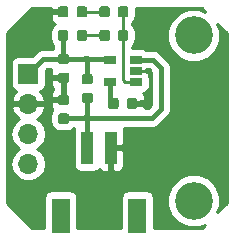
<source format=gbr>
G04 #@! TF.GenerationSoftware,KiCad,Pcbnew,(5.0.0-3-g5ebb6b6)*
G04 #@! TF.CreationDate,2020-02-18T17:20:26-05:00*
G04 #@! TF.ProjectId,Project,50726F6A6563742E6B696361645F7063,rev?*
G04 #@! TF.SameCoordinates,Original*
G04 #@! TF.FileFunction,Copper,L1,Top,Signal*
G04 #@! TF.FilePolarity,Positive*
%FSLAX46Y46*%
G04 Gerber Fmt 4.6, Leading zero omitted, Abs format (unit mm)*
G04 Created by KiCad (PCBNEW (5.0.0-3-g5ebb6b6)) date Tuesday, February 18, 2020 at 05:20:26 PM*
%MOMM*%
%LPD*%
G01*
G04 APERTURE LIST*
G04 #@! TA.AperFunction,ConnectorPad*
%ADD10R,1.500000X3.000000*%
G04 #@! TD*
G04 #@! TA.AperFunction,SMDPad,CuDef*
%ADD11R,1.000000X2.800000*%
G04 #@! TD*
G04 #@! TA.AperFunction,Conductor*
%ADD12C,0.100000*%
G04 #@! TD*
G04 #@! TA.AperFunction,SMDPad,CuDef*
%ADD13C,0.875000*%
G04 #@! TD*
G04 #@! TA.AperFunction,SMDPad,CuDef*
%ADD14R,1.060000X0.650000*%
G04 #@! TD*
G04 #@! TA.AperFunction,ComponentPad*
%ADD15R,1.700000X1.700000*%
G04 #@! TD*
G04 #@! TA.AperFunction,ComponentPad*
%ADD16O,1.700000X1.700000*%
G04 #@! TD*
G04 #@! TA.AperFunction,ComponentPad*
%ADD17C,3.200000*%
G04 #@! TD*
G04 #@! TA.AperFunction,ViaPad*
%ADD18C,0.600000*%
G04 #@! TD*
G04 #@! TA.AperFunction,Conductor*
%ADD19C,0.400000*%
G04 #@! TD*
G04 #@! TA.AperFunction,Conductor*
%ADD20C,0.254000*%
G04 #@! TD*
G04 APERTURE END LIST*
D10*
G04 #@! TO.P,JSTPH1,*
G04 #@! TO.N,*
X109250000Y-113250000D03*
X102750000Y-113250000D03*
D11*
G04 #@! TO.P,JSTPH1,2*
G04 #@! TO.N,GND*
X107000000Y-107500000D03*
G04 #@! TO.P,JSTPH1,1*
G04 #@! TO.N,VBAT*
X105000000Y-107500000D03*
G04 #@! TD*
D12*
G04 #@! TO.N,GND*
G04 #@! TO.C,C1*
G36*
X103277691Y-101138553D02*
X103298926Y-101141703D01*
X103319750Y-101146919D01*
X103339962Y-101154151D01*
X103359368Y-101163330D01*
X103377781Y-101174366D01*
X103395024Y-101187154D01*
X103410930Y-101201570D01*
X103425346Y-101217476D01*
X103438134Y-101234719D01*
X103449170Y-101253132D01*
X103458349Y-101272538D01*
X103465581Y-101292750D01*
X103470797Y-101313574D01*
X103473947Y-101334809D01*
X103475000Y-101356250D01*
X103475000Y-101793750D01*
X103473947Y-101815191D01*
X103470797Y-101836426D01*
X103465581Y-101857250D01*
X103458349Y-101877462D01*
X103449170Y-101896868D01*
X103438134Y-101915281D01*
X103425346Y-101932524D01*
X103410930Y-101948430D01*
X103395024Y-101962846D01*
X103377781Y-101975634D01*
X103359368Y-101986670D01*
X103339962Y-101995849D01*
X103319750Y-102003081D01*
X103298926Y-102008297D01*
X103277691Y-102011447D01*
X103256250Y-102012500D01*
X102743750Y-102012500D01*
X102722309Y-102011447D01*
X102701074Y-102008297D01*
X102680250Y-102003081D01*
X102660038Y-101995849D01*
X102640632Y-101986670D01*
X102622219Y-101975634D01*
X102604976Y-101962846D01*
X102589070Y-101948430D01*
X102574654Y-101932524D01*
X102561866Y-101915281D01*
X102550830Y-101896868D01*
X102541651Y-101877462D01*
X102534419Y-101857250D01*
X102529203Y-101836426D01*
X102526053Y-101815191D01*
X102525000Y-101793750D01*
X102525000Y-101356250D01*
X102526053Y-101334809D01*
X102529203Y-101313574D01*
X102534419Y-101292750D01*
X102541651Y-101272538D01*
X102550830Y-101253132D01*
X102561866Y-101234719D01*
X102574654Y-101217476D01*
X102589070Y-101201570D01*
X102604976Y-101187154D01*
X102622219Y-101174366D01*
X102640632Y-101163330D01*
X102660038Y-101154151D01*
X102680250Y-101146919D01*
X102701074Y-101141703D01*
X102722309Y-101138553D01*
X102743750Y-101137500D01*
X103256250Y-101137500D01*
X103277691Y-101138553D01*
X103277691Y-101138553D01*
G37*
D13*
G04 #@! TD*
G04 #@! TO.P,C1,1*
G04 #@! TO.N,GND*
X103000000Y-101575000D03*
D12*
G04 #@! TO.N,VDD*
G04 #@! TO.C,C1*
G36*
X103277691Y-99563553D02*
X103298926Y-99566703D01*
X103319750Y-99571919D01*
X103339962Y-99579151D01*
X103359368Y-99588330D01*
X103377781Y-99599366D01*
X103395024Y-99612154D01*
X103410930Y-99626570D01*
X103425346Y-99642476D01*
X103438134Y-99659719D01*
X103449170Y-99678132D01*
X103458349Y-99697538D01*
X103465581Y-99717750D01*
X103470797Y-99738574D01*
X103473947Y-99759809D01*
X103475000Y-99781250D01*
X103475000Y-100218750D01*
X103473947Y-100240191D01*
X103470797Y-100261426D01*
X103465581Y-100282250D01*
X103458349Y-100302462D01*
X103449170Y-100321868D01*
X103438134Y-100340281D01*
X103425346Y-100357524D01*
X103410930Y-100373430D01*
X103395024Y-100387846D01*
X103377781Y-100400634D01*
X103359368Y-100411670D01*
X103339962Y-100420849D01*
X103319750Y-100428081D01*
X103298926Y-100433297D01*
X103277691Y-100436447D01*
X103256250Y-100437500D01*
X102743750Y-100437500D01*
X102722309Y-100436447D01*
X102701074Y-100433297D01*
X102680250Y-100428081D01*
X102660038Y-100420849D01*
X102640632Y-100411670D01*
X102622219Y-100400634D01*
X102604976Y-100387846D01*
X102589070Y-100373430D01*
X102574654Y-100357524D01*
X102561866Y-100340281D01*
X102550830Y-100321868D01*
X102541651Y-100302462D01*
X102534419Y-100282250D01*
X102529203Y-100261426D01*
X102526053Y-100240191D01*
X102525000Y-100218750D01*
X102525000Y-99781250D01*
X102526053Y-99759809D01*
X102529203Y-99738574D01*
X102534419Y-99717750D01*
X102541651Y-99697538D01*
X102550830Y-99678132D01*
X102561866Y-99659719D01*
X102574654Y-99642476D01*
X102589070Y-99626570D01*
X102604976Y-99612154D01*
X102622219Y-99599366D01*
X102640632Y-99588330D01*
X102660038Y-99579151D01*
X102680250Y-99571919D01*
X102701074Y-99566703D01*
X102722309Y-99563553D01*
X102743750Y-99562500D01*
X103256250Y-99562500D01*
X103277691Y-99563553D01*
X103277691Y-99563553D01*
G37*
D13*
G04 #@! TD*
G04 #@! TO.P,C1,2*
G04 #@! TO.N,VDD*
X103000000Y-100000000D03*
D12*
G04 #@! TO.N,GND*
G04 #@! TO.C,C2*
G36*
X103277691Y-103026053D02*
X103298926Y-103029203D01*
X103319750Y-103034419D01*
X103339962Y-103041651D01*
X103359368Y-103050830D01*
X103377781Y-103061866D01*
X103395024Y-103074654D01*
X103410930Y-103089070D01*
X103425346Y-103104976D01*
X103438134Y-103122219D01*
X103449170Y-103140632D01*
X103458349Y-103160038D01*
X103465581Y-103180250D01*
X103470797Y-103201074D01*
X103473947Y-103222309D01*
X103475000Y-103243750D01*
X103475000Y-103681250D01*
X103473947Y-103702691D01*
X103470797Y-103723926D01*
X103465581Y-103744750D01*
X103458349Y-103764962D01*
X103449170Y-103784368D01*
X103438134Y-103802781D01*
X103425346Y-103820024D01*
X103410930Y-103835930D01*
X103395024Y-103850346D01*
X103377781Y-103863134D01*
X103359368Y-103874170D01*
X103339962Y-103883349D01*
X103319750Y-103890581D01*
X103298926Y-103895797D01*
X103277691Y-103898947D01*
X103256250Y-103900000D01*
X102743750Y-103900000D01*
X102722309Y-103898947D01*
X102701074Y-103895797D01*
X102680250Y-103890581D01*
X102660038Y-103883349D01*
X102640632Y-103874170D01*
X102622219Y-103863134D01*
X102604976Y-103850346D01*
X102589070Y-103835930D01*
X102574654Y-103820024D01*
X102561866Y-103802781D01*
X102550830Y-103784368D01*
X102541651Y-103764962D01*
X102534419Y-103744750D01*
X102529203Y-103723926D01*
X102526053Y-103702691D01*
X102525000Y-103681250D01*
X102525000Y-103243750D01*
X102526053Y-103222309D01*
X102529203Y-103201074D01*
X102534419Y-103180250D01*
X102541651Y-103160038D01*
X102550830Y-103140632D01*
X102561866Y-103122219D01*
X102574654Y-103104976D01*
X102589070Y-103089070D01*
X102604976Y-103074654D01*
X102622219Y-103061866D01*
X102640632Y-103050830D01*
X102660038Y-103041651D01*
X102680250Y-103034419D01*
X102701074Y-103029203D01*
X102722309Y-103026053D01*
X102743750Y-103025000D01*
X103256250Y-103025000D01*
X103277691Y-103026053D01*
X103277691Y-103026053D01*
G37*
D13*
G04 #@! TD*
G04 #@! TO.P,C2,2*
G04 #@! TO.N,GND*
X103000000Y-103462500D03*
D12*
G04 #@! TO.N,VBAT*
G04 #@! TO.C,C2*
G36*
X103277691Y-104601053D02*
X103298926Y-104604203D01*
X103319750Y-104609419D01*
X103339962Y-104616651D01*
X103359368Y-104625830D01*
X103377781Y-104636866D01*
X103395024Y-104649654D01*
X103410930Y-104664070D01*
X103425346Y-104679976D01*
X103438134Y-104697219D01*
X103449170Y-104715632D01*
X103458349Y-104735038D01*
X103465581Y-104755250D01*
X103470797Y-104776074D01*
X103473947Y-104797309D01*
X103475000Y-104818750D01*
X103475000Y-105256250D01*
X103473947Y-105277691D01*
X103470797Y-105298926D01*
X103465581Y-105319750D01*
X103458349Y-105339962D01*
X103449170Y-105359368D01*
X103438134Y-105377781D01*
X103425346Y-105395024D01*
X103410930Y-105410930D01*
X103395024Y-105425346D01*
X103377781Y-105438134D01*
X103359368Y-105449170D01*
X103339962Y-105458349D01*
X103319750Y-105465581D01*
X103298926Y-105470797D01*
X103277691Y-105473947D01*
X103256250Y-105475000D01*
X102743750Y-105475000D01*
X102722309Y-105473947D01*
X102701074Y-105470797D01*
X102680250Y-105465581D01*
X102660038Y-105458349D01*
X102640632Y-105449170D01*
X102622219Y-105438134D01*
X102604976Y-105425346D01*
X102589070Y-105410930D01*
X102574654Y-105395024D01*
X102561866Y-105377781D01*
X102550830Y-105359368D01*
X102541651Y-105339962D01*
X102534419Y-105319750D01*
X102529203Y-105298926D01*
X102526053Y-105277691D01*
X102525000Y-105256250D01*
X102525000Y-104818750D01*
X102526053Y-104797309D01*
X102529203Y-104776074D01*
X102534419Y-104755250D01*
X102541651Y-104735038D01*
X102550830Y-104715632D01*
X102561866Y-104697219D01*
X102574654Y-104679976D01*
X102589070Y-104664070D01*
X102604976Y-104649654D01*
X102622219Y-104636866D01*
X102640632Y-104625830D01*
X102660038Y-104616651D01*
X102680250Y-104609419D01*
X102701074Y-104604203D01*
X102722309Y-104601053D01*
X102743750Y-104600000D01*
X103256250Y-104600000D01*
X103277691Y-104601053D01*
X103277691Y-104601053D01*
G37*
D13*
G04 #@! TD*
G04 #@! TO.P,C2,1*
G04 #@! TO.N,VBAT*
X103000000Y-105037500D03*
D14*
G04 #@! TO.P,CGU1,1*
G04 #@! TO.N,STAT*
X109100000Y-101950000D03*
G04 #@! TO.P,CGU1,2*
G04 #@! TO.N,GND*
X109100000Y-101000000D03*
G04 #@! TO.P,CGU1,3*
G04 #@! TO.N,VBAT*
X109100000Y-100050000D03*
G04 #@! TO.P,CGU1,4*
G04 #@! TO.N,VDD*
X106900000Y-100050000D03*
G04 #@! TO.P,CGU1,5*
G04 #@! TO.N,PROG*
X106900000Y-101950000D03*
G04 #@! TD*
D12*
G04 #@! TO.N,VDD*
G04 #@! TO.C,D2*
G36*
X103202691Y-97526053D02*
X103223926Y-97529203D01*
X103244750Y-97534419D01*
X103264962Y-97541651D01*
X103284368Y-97550830D01*
X103302781Y-97561866D01*
X103320024Y-97574654D01*
X103335930Y-97589070D01*
X103350346Y-97604976D01*
X103363134Y-97622219D01*
X103374170Y-97640632D01*
X103383349Y-97660038D01*
X103390581Y-97680250D01*
X103395797Y-97701074D01*
X103398947Y-97722309D01*
X103400000Y-97743750D01*
X103400000Y-98256250D01*
X103398947Y-98277691D01*
X103395797Y-98298926D01*
X103390581Y-98319750D01*
X103383349Y-98339962D01*
X103374170Y-98359368D01*
X103363134Y-98377781D01*
X103350346Y-98395024D01*
X103335930Y-98410930D01*
X103320024Y-98425346D01*
X103302781Y-98438134D01*
X103284368Y-98449170D01*
X103264962Y-98458349D01*
X103244750Y-98465581D01*
X103223926Y-98470797D01*
X103202691Y-98473947D01*
X103181250Y-98475000D01*
X102743750Y-98475000D01*
X102722309Y-98473947D01*
X102701074Y-98470797D01*
X102680250Y-98465581D01*
X102660038Y-98458349D01*
X102640632Y-98449170D01*
X102622219Y-98438134D01*
X102604976Y-98425346D01*
X102589070Y-98410930D01*
X102574654Y-98395024D01*
X102561866Y-98377781D01*
X102550830Y-98359368D01*
X102541651Y-98339962D01*
X102534419Y-98319750D01*
X102529203Y-98298926D01*
X102526053Y-98277691D01*
X102525000Y-98256250D01*
X102525000Y-97743750D01*
X102526053Y-97722309D01*
X102529203Y-97701074D01*
X102534419Y-97680250D01*
X102541651Y-97660038D01*
X102550830Y-97640632D01*
X102561866Y-97622219D01*
X102574654Y-97604976D01*
X102589070Y-97589070D01*
X102604976Y-97574654D01*
X102622219Y-97561866D01*
X102640632Y-97550830D01*
X102660038Y-97541651D01*
X102680250Y-97534419D01*
X102701074Y-97529203D01*
X102722309Y-97526053D01*
X102743750Y-97525000D01*
X103181250Y-97525000D01*
X103202691Y-97526053D01*
X103202691Y-97526053D01*
G37*
D13*
G04 #@! TD*
G04 #@! TO.P,D2,2*
G04 #@! TO.N,VDD*
X102962500Y-98000000D03*
D12*
G04 #@! TO.N,Net-(D2-Pad1)*
G04 #@! TO.C,D2*
G36*
X104777691Y-97526053D02*
X104798926Y-97529203D01*
X104819750Y-97534419D01*
X104839962Y-97541651D01*
X104859368Y-97550830D01*
X104877781Y-97561866D01*
X104895024Y-97574654D01*
X104910930Y-97589070D01*
X104925346Y-97604976D01*
X104938134Y-97622219D01*
X104949170Y-97640632D01*
X104958349Y-97660038D01*
X104965581Y-97680250D01*
X104970797Y-97701074D01*
X104973947Y-97722309D01*
X104975000Y-97743750D01*
X104975000Y-98256250D01*
X104973947Y-98277691D01*
X104970797Y-98298926D01*
X104965581Y-98319750D01*
X104958349Y-98339962D01*
X104949170Y-98359368D01*
X104938134Y-98377781D01*
X104925346Y-98395024D01*
X104910930Y-98410930D01*
X104895024Y-98425346D01*
X104877781Y-98438134D01*
X104859368Y-98449170D01*
X104839962Y-98458349D01*
X104819750Y-98465581D01*
X104798926Y-98470797D01*
X104777691Y-98473947D01*
X104756250Y-98475000D01*
X104318750Y-98475000D01*
X104297309Y-98473947D01*
X104276074Y-98470797D01*
X104255250Y-98465581D01*
X104235038Y-98458349D01*
X104215632Y-98449170D01*
X104197219Y-98438134D01*
X104179976Y-98425346D01*
X104164070Y-98410930D01*
X104149654Y-98395024D01*
X104136866Y-98377781D01*
X104125830Y-98359368D01*
X104116651Y-98339962D01*
X104109419Y-98319750D01*
X104104203Y-98298926D01*
X104101053Y-98277691D01*
X104100000Y-98256250D01*
X104100000Y-97743750D01*
X104101053Y-97722309D01*
X104104203Y-97701074D01*
X104109419Y-97680250D01*
X104116651Y-97660038D01*
X104125830Y-97640632D01*
X104136866Y-97622219D01*
X104149654Y-97604976D01*
X104164070Y-97589070D01*
X104179976Y-97574654D01*
X104197219Y-97561866D01*
X104215632Y-97550830D01*
X104235038Y-97541651D01*
X104255250Y-97534419D01*
X104276074Y-97529203D01*
X104297309Y-97526053D01*
X104318750Y-97525000D01*
X104756250Y-97525000D01*
X104777691Y-97526053D01*
X104777691Y-97526053D01*
G37*
D13*
G04 #@! TD*
G04 #@! TO.P,D2,1*
G04 #@! TO.N,Net-(D2-Pad1)*
X104537500Y-98000000D03*
D15*
G04 #@! TO.P,J1,1*
G04 #@! TO.N,VDD*
X100000000Y-101250000D03*
D16*
G04 #@! TO.P,J1,2*
G04 #@! TO.N,GND*
X100000000Y-103790000D03*
G04 #@! TO.P,J1,3*
G04 #@! TO.N,RX*
X100000000Y-106330000D03*
G04 #@! TO.P,J1,4*
G04 #@! TO.N,TX*
X100000000Y-108870000D03*
G04 #@! TD*
D12*
G04 #@! TO.N,STAT*
G04 #@! TO.C,R2*
G36*
X108277691Y-97526053D02*
X108298926Y-97529203D01*
X108319750Y-97534419D01*
X108339962Y-97541651D01*
X108359368Y-97550830D01*
X108377781Y-97561866D01*
X108395024Y-97574654D01*
X108410930Y-97589070D01*
X108425346Y-97604976D01*
X108438134Y-97622219D01*
X108449170Y-97640632D01*
X108458349Y-97660038D01*
X108465581Y-97680250D01*
X108470797Y-97701074D01*
X108473947Y-97722309D01*
X108475000Y-97743750D01*
X108475000Y-98256250D01*
X108473947Y-98277691D01*
X108470797Y-98298926D01*
X108465581Y-98319750D01*
X108458349Y-98339962D01*
X108449170Y-98359368D01*
X108438134Y-98377781D01*
X108425346Y-98395024D01*
X108410930Y-98410930D01*
X108395024Y-98425346D01*
X108377781Y-98438134D01*
X108359368Y-98449170D01*
X108339962Y-98458349D01*
X108319750Y-98465581D01*
X108298926Y-98470797D01*
X108277691Y-98473947D01*
X108256250Y-98475000D01*
X107818750Y-98475000D01*
X107797309Y-98473947D01*
X107776074Y-98470797D01*
X107755250Y-98465581D01*
X107735038Y-98458349D01*
X107715632Y-98449170D01*
X107697219Y-98438134D01*
X107679976Y-98425346D01*
X107664070Y-98410930D01*
X107649654Y-98395024D01*
X107636866Y-98377781D01*
X107625830Y-98359368D01*
X107616651Y-98339962D01*
X107609419Y-98319750D01*
X107604203Y-98298926D01*
X107601053Y-98277691D01*
X107600000Y-98256250D01*
X107600000Y-97743750D01*
X107601053Y-97722309D01*
X107604203Y-97701074D01*
X107609419Y-97680250D01*
X107616651Y-97660038D01*
X107625830Y-97640632D01*
X107636866Y-97622219D01*
X107649654Y-97604976D01*
X107664070Y-97589070D01*
X107679976Y-97574654D01*
X107697219Y-97561866D01*
X107715632Y-97550830D01*
X107735038Y-97541651D01*
X107755250Y-97534419D01*
X107776074Y-97529203D01*
X107797309Y-97526053D01*
X107818750Y-97525000D01*
X108256250Y-97525000D01*
X108277691Y-97526053D01*
X108277691Y-97526053D01*
G37*
D13*
G04 #@! TD*
G04 #@! TO.P,R2,1*
G04 #@! TO.N,STAT*
X108037500Y-98000000D03*
D12*
G04 #@! TO.N,Net-(D2-Pad1)*
G04 #@! TO.C,R2*
G36*
X106702691Y-97526053D02*
X106723926Y-97529203D01*
X106744750Y-97534419D01*
X106764962Y-97541651D01*
X106784368Y-97550830D01*
X106802781Y-97561866D01*
X106820024Y-97574654D01*
X106835930Y-97589070D01*
X106850346Y-97604976D01*
X106863134Y-97622219D01*
X106874170Y-97640632D01*
X106883349Y-97660038D01*
X106890581Y-97680250D01*
X106895797Y-97701074D01*
X106898947Y-97722309D01*
X106900000Y-97743750D01*
X106900000Y-98256250D01*
X106898947Y-98277691D01*
X106895797Y-98298926D01*
X106890581Y-98319750D01*
X106883349Y-98339962D01*
X106874170Y-98359368D01*
X106863134Y-98377781D01*
X106850346Y-98395024D01*
X106835930Y-98410930D01*
X106820024Y-98425346D01*
X106802781Y-98438134D01*
X106784368Y-98449170D01*
X106764962Y-98458349D01*
X106744750Y-98465581D01*
X106723926Y-98470797D01*
X106702691Y-98473947D01*
X106681250Y-98475000D01*
X106243750Y-98475000D01*
X106222309Y-98473947D01*
X106201074Y-98470797D01*
X106180250Y-98465581D01*
X106160038Y-98458349D01*
X106140632Y-98449170D01*
X106122219Y-98438134D01*
X106104976Y-98425346D01*
X106089070Y-98410930D01*
X106074654Y-98395024D01*
X106061866Y-98377781D01*
X106050830Y-98359368D01*
X106041651Y-98339962D01*
X106034419Y-98319750D01*
X106029203Y-98298926D01*
X106026053Y-98277691D01*
X106025000Y-98256250D01*
X106025000Y-97743750D01*
X106026053Y-97722309D01*
X106029203Y-97701074D01*
X106034419Y-97680250D01*
X106041651Y-97660038D01*
X106050830Y-97640632D01*
X106061866Y-97622219D01*
X106074654Y-97604976D01*
X106089070Y-97589070D01*
X106104976Y-97574654D01*
X106122219Y-97561866D01*
X106140632Y-97550830D01*
X106160038Y-97541651D01*
X106180250Y-97534419D01*
X106201074Y-97529203D01*
X106222309Y-97526053D01*
X106243750Y-97525000D01*
X106681250Y-97525000D01*
X106702691Y-97526053D01*
X106702691Y-97526053D01*
G37*
D13*
G04 #@! TD*
G04 #@! TO.P,R2,2*
G04 #@! TO.N,Net-(D2-Pad1)*
X106462500Y-98000000D03*
D12*
G04 #@! TO.N,Net-(D3-Pad2)*
G04 #@! TO.C,R3*
G36*
X106702691Y-95526053D02*
X106723926Y-95529203D01*
X106744750Y-95534419D01*
X106764962Y-95541651D01*
X106784368Y-95550830D01*
X106802781Y-95561866D01*
X106820024Y-95574654D01*
X106835930Y-95589070D01*
X106850346Y-95604976D01*
X106863134Y-95622219D01*
X106874170Y-95640632D01*
X106883349Y-95660038D01*
X106890581Y-95680250D01*
X106895797Y-95701074D01*
X106898947Y-95722309D01*
X106900000Y-95743750D01*
X106900000Y-96256250D01*
X106898947Y-96277691D01*
X106895797Y-96298926D01*
X106890581Y-96319750D01*
X106883349Y-96339962D01*
X106874170Y-96359368D01*
X106863134Y-96377781D01*
X106850346Y-96395024D01*
X106835930Y-96410930D01*
X106820024Y-96425346D01*
X106802781Y-96438134D01*
X106784368Y-96449170D01*
X106764962Y-96458349D01*
X106744750Y-96465581D01*
X106723926Y-96470797D01*
X106702691Y-96473947D01*
X106681250Y-96475000D01*
X106243750Y-96475000D01*
X106222309Y-96473947D01*
X106201074Y-96470797D01*
X106180250Y-96465581D01*
X106160038Y-96458349D01*
X106140632Y-96449170D01*
X106122219Y-96438134D01*
X106104976Y-96425346D01*
X106089070Y-96410930D01*
X106074654Y-96395024D01*
X106061866Y-96377781D01*
X106050830Y-96359368D01*
X106041651Y-96339962D01*
X106034419Y-96319750D01*
X106029203Y-96298926D01*
X106026053Y-96277691D01*
X106025000Y-96256250D01*
X106025000Y-95743750D01*
X106026053Y-95722309D01*
X106029203Y-95701074D01*
X106034419Y-95680250D01*
X106041651Y-95660038D01*
X106050830Y-95640632D01*
X106061866Y-95622219D01*
X106074654Y-95604976D01*
X106089070Y-95589070D01*
X106104976Y-95574654D01*
X106122219Y-95561866D01*
X106140632Y-95550830D01*
X106160038Y-95541651D01*
X106180250Y-95534419D01*
X106201074Y-95529203D01*
X106222309Y-95526053D01*
X106243750Y-95525000D01*
X106681250Y-95525000D01*
X106702691Y-95526053D01*
X106702691Y-95526053D01*
G37*
D13*
G04 #@! TD*
G04 #@! TO.P,R3,2*
G04 #@! TO.N,Net-(D3-Pad2)*
X106462500Y-96000000D03*
D12*
G04 #@! TO.N,STAT*
G04 #@! TO.C,R3*
G36*
X108277691Y-95526053D02*
X108298926Y-95529203D01*
X108319750Y-95534419D01*
X108339962Y-95541651D01*
X108359368Y-95550830D01*
X108377781Y-95561866D01*
X108395024Y-95574654D01*
X108410930Y-95589070D01*
X108425346Y-95604976D01*
X108438134Y-95622219D01*
X108449170Y-95640632D01*
X108458349Y-95660038D01*
X108465581Y-95680250D01*
X108470797Y-95701074D01*
X108473947Y-95722309D01*
X108475000Y-95743750D01*
X108475000Y-96256250D01*
X108473947Y-96277691D01*
X108470797Y-96298926D01*
X108465581Y-96319750D01*
X108458349Y-96339962D01*
X108449170Y-96359368D01*
X108438134Y-96377781D01*
X108425346Y-96395024D01*
X108410930Y-96410930D01*
X108395024Y-96425346D01*
X108377781Y-96438134D01*
X108359368Y-96449170D01*
X108339962Y-96458349D01*
X108319750Y-96465581D01*
X108298926Y-96470797D01*
X108277691Y-96473947D01*
X108256250Y-96475000D01*
X107818750Y-96475000D01*
X107797309Y-96473947D01*
X107776074Y-96470797D01*
X107755250Y-96465581D01*
X107735038Y-96458349D01*
X107715632Y-96449170D01*
X107697219Y-96438134D01*
X107679976Y-96425346D01*
X107664070Y-96410930D01*
X107649654Y-96395024D01*
X107636866Y-96377781D01*
X107625830Y-96359368D01*
X107616651Y-96339962D01*
X107609419Y-96319750D01*
X107604203Y-96298926D01*
X107601053Y-96277691D01*
X107600000Y-96256250D01*
X107600000Y-95743750D01*
X107601053Y-95722309D01*
X107604203Y-95701074D01*
X107609419Y-95680250D01*
X107616651Y-95660038D01*
X107625830Y-95640632D01*
X107636866Y-95622219D01*
X107649654Y-95604976D01*
X107664070Y-95589070D01*
X107679976Y-95574654D01*
X107697219Y-95561866D01*
X107715632Y-95550830D01*
X107735038Y-95541651D01*
X107755250Y-95534419D01*
X107776074Y-95529203D01*
X107797309Y-95526053D01*
X107818750Y-95525000D01*
X108256250Y-95525000D01*
X108277691Y-95526053D01*
X108277691Y-95526053D01*
G37*
D13*
G04 #@! TD*
G04 #@! TO.P,R3,1*
G04 #@! TO.N,STAT*
X108037500Y-96000000D03*
D12*
G04 #@! TO.N,GND*
G04 #@! TO.C,RREF1*
G36*
X109027691Y-103276053D02*
X109048926Y-103279203D01*
X109069750Y-103284419D01*
X109089962Y-103291651D01*
X109109368Y-103300830D01*
X109127781Y-103311866D01*
X109145024Y-103324654D01*
X109160930Y-103339070D01*
X109175346Y-103354976D01*
X109188134Y-103372219D01*
X109199170Y-103390632D01*
X109208349Y-103410038D01*
X109215581Y-103430250D01*
X109220797Y-103451074D01*
X109223947Y-103472309D01*
X109225000Y-103493750D01*
X109225000Y-104006250D01*
X109223947Y-104027691D01*
X109220797Y-104048926D01*
X109215581Y-104069750D01*
X109208349Y-104089962D01*
X109199170Y-104109368D01*
X109188134Y-104127781D01*
X109175346Y-104145024D01*
X109160930Y-104160930D01*
X109145024Y-104175346D01*
X109127781Y-104188134D01*
X109109368Y-104199170D01*
X109089962Y-104208349D01*
X109069750Y-104215581D01*
X109048926Y-104220797D01*
X109027691Y-104223947D01*
X109006250Y-104225000D01*
X108568750Y-104225000D01*
X108547309Y-104223947D01*
X108526074Y-104220797D01*
X108505250Y-104215581D01*
X108485038Y-104208349D01*
X108465632Y-104199170D01*
X108447219Y-104188134D01*
X108429976Y-104175346D01*
X108414070Y-104160930D01*
X108399654Y-104145024D01*
X108386866Y-104127781D01*
X108375830Y-104109368D01*
X108366651Y-104089962D01*
X108359419Y-104069750D01*
X108354203Y-104048926D01*
X108351053Y-104027691D01*
X108350000Y-104006250D01*
X108350000Y-103493750D01*
X108351053Y-103472309D01*
X108354203Y-103451074D01*
X108359419Y-103430250D01*
X108366651Y-103410038D01*
X108375830Y-103390632D01*
X108386866Y-103372219D01*
X108399654Y-103354976D01*
X108414070Y-103339070D01*
X108429976Y-103324654D01*
X108447219Y-103311866D01*
X108465632Y-103300830D01*
X108485038Y-103291651D01*
X108505250Y-103284419D01*
X108526074Y-103279203D01*
X108547309Y-103276053D01*
X108568750Y-103275000D01*
X109006250Y-103275000D01*
X109027691Y-103276053D01*
X109027691Y-103276053D01*
G37*
D13*
G04 #@! TD*
G04 #@! TO.P,RREF1,1*
G04 #@! TO.N,GND*
X108787500Y-103750000D03*
D12*
G04 #@! TO.N,PROG*
G04 #@! TO.C,RREF1*
G36*
X107452691Y-103276053D02*
X107473926Y-103279203D01*
X107494750Y-103284419D01*
X107514962Y-103291651D01*
X107534368Y-103300830D01*
X107552781Y-103311866D01*
X107570024Y-103324654D01*
X107585930Y-103339070D01*
X107600346Y-103354976D01*
X107613134Y-103372219D01*
X107624170Y-103390632D01*
X107633349Y-103410038D01*
X107640581Y-103430250D01*
X107645797Y-103451074D01*
X107648947Y-103472309D01*
X107650000Y-103493750D01*
X107650000Y-104006250D01*
X107648947Y-104027691D01*
X107645797Y-104048926D01*
X107640581Y-104069750D01*
X107633349Y-104089962D01*
X107624170Y-104109368D01*
X107613134Y-104127781D01*
X107600346Y-104145024D01*
X107585930Y-104160930D01*
X107570024Y-104175346D01*
X107552781Y-104188134D01*
X107534368Y-104199170D01*
X107514962Y-104208349D01*
X107494750Y-104215581D01*
X107473926Y-104220797D01*
X107452691Y-104223947D01*
X107431250Y-104225000D01*
X106993750Y-104225000D01*
X106972309Y-104223947D01*
X106951074Y-104220797D01*
X106930250Y-104215581D01*
X106910038Y-104208349D01*
X106890632Y-104199170D01*
X106872219Y-104188134D01*
X106854976Y-104175346D01*
X106839070Y-104160930D01*
X106824654Y-104145024D01*
X106811866Y-104127781D01*
X106800830Y-104109368D01*
X106791651Y-104089962D01*
X106784419Y-104069750D01*
X106779203Y-104048926D01*
X106776053Y-104027691D01*
X106775000Y-104006250D01*
X106775000Y-103493750D01*
X106776053Y-103472309D01*
X106779203Y-103451074D01*
X106784419Y-103430250D01*
X106791651Y-103410038D01*
X106800830Y-103390632D01*
X106811866Y-103372219D01*
X106824654Y-103354976D01*
X106839070Y-103339070D01*
X106854976Y-103324654D01*
X106872219Y-103311866D01*
X106890632Y-103300830D01*
X106910038Y-103291651D01*
X106930250Y-103284419D01*
X106951074Y-103279203D01*
X106972309Y-103276053D01*
X106993750Y-103275000D01*
X107431250Y-103275000D01*
X107452691Y-103276053D01*
X107452691Y-103276053D01*
G37*
D13*
G04 #@! TD*
G04 #@! TO.P,RREF1,2*
G04 #@! TO.N,PROG*
X107212500Y-103750000D03*
D12*
G04 #@! TO.N,VBAT*
G04 #@! TO.C,D1*
G36*
X105277691Y-102851053D02*
X105298926Y-102854203D01*
X105319750Y-102859419D01*
X105339962Y-102866651D01*
X105359368Y-102875830D01*
X105377781Y-102886866D01*
X105395024Y-102899654D01*
X105410930Y-102914070D01*
X105425346Y-102929976D01*
X105438134Y-102947219D01*
X105449170Y-102965632D01*
X105458349Y-102985038D01*
X105465581Y-103005250D01*
X105470797Y-103026074D01*
X105473947Y-103047309D01*
X105475000Y-103068750D01*
X105475000Y-103506250D01*
X105473947Y-103527691D01*
X105470797Y-103548926D01*
X105465581Y-103569750D01*
X105458349Y-103589962D01*
X105449170Y-103609368D01*
X105438134Y-103627781D01*
X105425346Y-103645024D01*
X105410930Y-103660930D01*
X105395024Y-103675346D01*
X105377781Y-103688134D01*
X105359368Y-103699170D01*
X105339962Y-103708349D01*
X105319750Y-103715581D01*
X105298926Y-103720797D01*
X105277691Y-103723947D01*
X105256250Y-103725000D01*
X104743750Y-103725000D01*
X104722309Y-103723947D01*
X104701074Y-103720797D01*
X104680250Y-103715581D01*
X104660038Y-103708349D01*
X104640632Y-103699170D01*
X104622219Y-103688134D01*
X104604976Y-103675346D01*
X104589070Y-103660930D01*
X104574654Y-103645024D01*
X104561866Y-103627781D01*
X104550830Y-103609368D01*
X104541651Y-103589962D01*
X104534419Y-103569750D01*
X104529203Y-103548926D01*
X104526053Y-103527691D01*
X104525000Y-103506250D01*
X104525000Y-103068750D01*
X104526053Y-103047309D01*
X104529203Y-103026074D01*
X104534419Y-103005250D01*
X104541651Y-102985038D01*
X104550830Y-102965632D01*
X104561866Y-102947219D01*
X104574654Y-102929976D01*
X104589070Y-102914070D01*
X104604976Y-102899654D01*
X104622219Y-102886866D01*
X104640632Y-102875830D01*
X104660038Y-102866651D01*
X104680250Y-102859419D01*
X104701074Y-102854203D01*
X104722309Y-102851053D01*
X104743750Y-102850000D01*
X105256250Y-102850000D01*
X105277691Y-102851053D01*
X105277691Y-102851053D01*
G37*
D13*
G04 #@! TD*
G04 #@! TO.P,D1,2*
G04 #@! TO.N,VBAT*
X105000000Y-103287500D03*
D12*
G04 #@! TO.N,VDD*
G04 #@! TO.C,D1*
G36*
X105277691Y-101276053D02*
X105298926Y-101279203D01*
X105319750Y-101284419D01*
X105339962Y-101291651D01*
X105359368Y-101300830D01*
X105377781Y-101311866D01*
X105395024Y-101324654D01*
X105410930Y-101339070D01*
X105425346Y-101354976D01*
X105438134Y-101372219D01*
X105449170Y-101390632D01*
X105458349Y-101410038D01*
X105465581Y-101430250D01*
X105470797Y-101451074D01*
X105473947Y-101472309D01*
X105475000Y-101493750D01*
X105475000Y-101931250D01*
X105473947Y-101952691D01*
X105470797Y-101973926D01*
X105465581Y-101994750D01*
X105458349Y-102014962D01*
X105449170Y-102034368D01*
X105438134Y-102052781D01*
X105425346Y-102070024D01*
X105410930Y-102085930D01*
X105395024Y-102100346D01*
X105377781Y-102113134D01*
X105359368Y-102124170D01*
X105339962Y-102133349D01*
X105319750Y-102140581D01*
X105298926Y-102145797D01*
X105277691Y-102148947D01*
X105256250Y-102150000D01*
X104743750Y-102150000D01*
X104722309Y-102148947D01*
X104701074Y-102145797D01*
X104680250Y-102140581D01*
X104660038Y-102133349D01*
X104640632Y-102124170D01*
X104622219Y-102113134D01*
X104604976Y-102100346D01*
X104589070Y-102085930D01*
X104574654Y-102070024D01*
X104561866Y-102052781D01*
X104550830Y-102034368D01*
X104541651Y-102014962D01*
X104534419Y-101994750D01*
X104529203Y-101973926D01*
X104526053Y-101952691D01*
X104525000Y-101931250D01*
X104525000Y-101493750D01*
X104526053Y-101472309D01*
X104529203Y-101451074D01*
X104534419Y-101430250D01*
X104541651Y-101410038D01*
X104550830Y-101390632D01*
X104561866Y-101372219D01*
X104574654Y-101354976D01*
X104589070Y-101339070D01*
X104604976Y-101324654D01*
X104622219Y-101311866D01*
X104640632Y-101300830D01*
X104660038Y-101291651D01*
X104680250Y-101284419D01*
X104701074Y-101279203D01*
X104722309Y-101276053D01*
X104743750Y-101275000D01*
X105256250Y-101275000D01*
X105277691Y-101276053D01*
X105277691Y-101276053D01*
G37*
D13*
G04 #@! TD*
G04 #@! TO.P,D1,1*
G04 #@! TO.N,VDD*
X105000000Y-101712500D03*
D12*
G04 #@! TO.N,GND*
G04 #@! TO.C,D3*
G36*
X103202691Y-95526053D02*
X103223926Y-95529203D01*
X103244750Y-95534419D01*
X103264962Y-95541651D01*
X103284368Y-95550830D01*
X103302781Y-95561866D01*
X103320024Y-95574654D01*
X103335930Y-95589070D01*
X103350346Y-95604976D01*
X103363134Y-95622219D01*
X103374170Y-95640632D01*
X103383349Y-95660038D01*
X103390581Y-95680250D01*
X103395797Y-95701074D01*
X103398947Y-95722309D01*
X103400000Y-95743750D01*
X103400000Y-96256250D01*
X103398947Y-96277691D01*
X103395797Y-96298926D01*
X103390581Y-96319750D01*
X103383349Y-96339962D01*
X103374170Y-96359368D01*
X103363134Y-96377781D01*
X103350346Y-96395024D01*
X103335930Y-96410930D01*
X103320024Y-96425346D01*
X103302781Y-96438134D01*
X103284368Y-96449170D01*
X103264962Y-96458349D01*
X103244750Y-96465581D01*
X103223926Y-96470797D01*
X103202691Y-96473947D01*
X103181250Y-96475000D01*
X102743750Y-96475000D01*
X102722309Y-96473947D01*
X102701074Y-96470797D01*
X102680250Y-96465581D01*
X102660038Y-96458349D01*
X102640632Y-96449170D01*
X102622219Y-96438134D01*
X102604976Y-96425346D01*
X102589070Y-96410930D01*
X102574654Y-96395024D01*
X102561866Y-96377781D01*
X102550830Y-96359368D01*
X102541651Y-96339962D01*
X102534419Y-96319750D01*
X102529203Y-96298926D01*
X102526053Y-96277691D01*
X102525000Y-96256250D01*
X102525000Y-95743750D01*
X102526053Y-95722309D01*
X102529203Y-95701074D01*
X102534419Y-95680250D01*
X102541651Y-95660038D01*
X102550830Y-95640632D01*
X102561866Y-95622219D01*
X102574654Y-95604976D01*
X102589070Y-95589070D01*
X102604976Y-95574654D01*
X102622219Y-95561866D01*
X102640632Y-95550830D01*
X102660038Y-95541651D01*
X102680250Y-95534419D01*
X102701074Y-95529203D01*
X102722309Y-95526053D01*
X102743750Y-95525000D01*
X103181250Y-95525000D01*
X103202691Y-95526053D01*
X103202691Y-95526053D01*
G37*
D13*
G04 #@! TD*
G04 #@! TO.P,D3,1*
G04 #@! TO.N,GND*
X102962500Y-96000000D03*
D12*
G04 #@! TO.N,Net-(D3-Pad2)*
G04 #@! TO.C,D3*
G36*
X104777691Y-95526053D02*
X104798926Y-95529203D01*
X104819750Y-95534419D01*
X104839962Y-95541651D01*
X104859368Y-95550830D01*
X104877781Y-95561866D01*
X104895024Y-95574654D01*
X104910930Y-95589070D01*
X104925346Y-95604976D01*
X104938134Y-95622219D01*
X104949170Y-95640632D01*
X104958349Y-95660038D01*
X104965581Y-95680250D01*
X104970797Y-95701074D01*
X104973947Y-95722309D01*
X104975000Y-95743750D01*
X104975000Y-96256250D01*
X104973947Y-96277691D01*
X104970797Y-96298926D01*
X104965581Y-96319750D01*
X104958349Y-96339962D01*
X104949170Y-96359368D01*
X104938134Y-96377781D01*
X104925346Y-96395024D01*
X104910930Y-96410930D01*
X104895024Y-96425346D01*
X104877781Y-96438134D01*
X104859368Y-96449170D01*
X104839962Y-96458349D01*
X104819750Y-96465581D01*
X104798926Y-96470797D01*
X104777691Y-96473947D01*
X104756250Y-96475000D01*
X104318750Y-96475000D01*
X104297309Y-96473947D01*
X104276074Y-96470797D01*
X104255250Y-96465581D01*
X104235038Y-96458349D01*
X104215632Y-96449170D01*
X104197219Y-96438134D01*
X104179976Y-96425346D01*
X104164070Y-96410930D01*
X104149654Y-96395024D01*
X104136866Y-96377781D01*
X104125830Y-96359368D01*
X104116651Y-96339962D01*
X104109419Y-96319750D01*
X104104203Y-96298926D01*
X104101053Y-96277691D01*
X104100000Y-96256250D01*
X104100000Y-95743750D01*
X104101053Y-95722309D01*
X104104203Y-95701074D01*
X104109419Y-95680250D01*
X104116651Y-95660038D01*
X104125830Y-95640632D01*
X104136866Y-95622219D01*
X104149654Y-95604976D01*
X104164070Y-95589070D01*
X104179976Y-95574654D01*
X104197219Y-95561866D01*
X104215632Y-95550830D01*
X104235038Y-95541651D01*
X104255250Y-95534419D01*
X104276074Y-95529203D01*
X104297309Y-95526053D01*
X104318750Y-95525000D01*
X104756250Y-95525000D01*
X104777691Y-95526053D01*
X104777691Y-95526053D01*
G37*
D13*
G04 #@! TD*
G04 #@! TO.P,D3,2*
G04 #@! TO.N,Net-(D3-Pad2)*
X104537500Y-96000000D03*
D17*
G04 #@! TO.P,MH1,*
G04 #@! TO.N,*
X114000000Y-98000000D03*
G04 #@! TD*
G04 #@! TO.P,MH2,*
G04 #@! TO.N,*
X114000000Y-112000000D03*
G04 #@! TD*
D18*
G04 #@! TO.N,GND*
X110250000Y-101000000D03*
X109750000Y-103750000D03*
G04 #@! TO.N,VDD*
X105000000Y-100000000D03*
G04 #@! TO.N,VBAT*
X105000000Y-105000000D03*
G04 #@! TD*
D19*
G04 #@! TO.N,GND*
X109150000Y-101000000D02*
X109100000Y-101050000D01*
D20*
X109100000Y-101000000D02*
X110250000Y-101000000D01*
X109924264Y-101000000D02*
X110250000Y-101000000D01*
X110250000Y-101000000D02*
X109924264Y-101000000D01*
X108787500Y-103750000D02*
X109750000Y-103750000D01*
X109750000Y-103750000D02*
X109750000Y-103750000D01*
G04 #@! TO.N,VDD*
X102900000Y-98012500D02*
X102912500Y-98000000D01*
D19*
X102962500Y-99962500D02*
X103000000Y-100000000D01*
X102962500Y-98000000D02*
X102962500Y-99962500D01*
X106850000Y-100000000D02*
X106900000Y-100050000D01*
X103000000Y-100000000D02*
X105000000Y-100000000D01*
X105000000Y-100000000D02*
X106850000Y-100000000D01*
X105000000Y-100000000D02*
X105000000Y-100000000D01*
X101250000Y-100000000D02*
X100000000Y-101250000D01*
X103000000Y-100000000D02*
X101250000Y-100000000D01*
X105000000Y-101712500D02*
X105000000Y-100000000D01*
X105000000Y-100000000D02*
X105000000Y-100000000D01*
G04 #@! TO.N,VBAT*
X109100000Y-100050000D02*
X110550000Y-100050000D01*
X110500000Y-105000000D02*
X109250000Y-105000000D01*
X111250000Y-100750000D02*
X111250000Y-104250000D01*
X111250000Y-104250000D02*
X110500000Y-105000000D01*
X110550000Y-100050000D02*
X111250000Y-100750000D01*
X109250000Y-105000000D02*
X105000000Y-105000000D01*
X105000000Y-105000000D02*
X105000000Y-105000000D01*
X103037500Y-105000000D02*
X103000000Y-105037500D01*
X105000000Y-105000000D02*
X103037500Y-105000000D01*
X105000000Y-105000000D02*
X105000000Y-107500000D01*
X105000000Y-103287500D02*
X105000000Y-105000000D01*
D20*
G04 #@! TO.N,STAT*
X108037500Y-98000000D02*
X108037500Y-96000000D01*
X108000000Y-98037500D02*
X108037500Y-98000000D01*
X108200000Y-101950000D02*
X108000000Y-101750000D01*
X109100000Y-101950000D02*
X108200000Y-101950000D01*
X108000000Y-101750000D02*
X108000000Y-98037500D01*
D19*
G04 #@! TO.N,PROG*
X106900000Y-103437500D02*
X107212500Y-103750000D01*
X106900000Y-101950000D02*
X106900000Y-103437500D01*
D20*
G04 #@! TO.N,Net-(D2-Pad1)*
X106462500Y-98000000D02*
X104537500Y-98000000D01*
G04 #@! TO.N,Net-(D3-Pad2)*
X104537500Y-96000000D02*
X106462500Y-96000000D01*
G04 #@! TD*
G04 #@! TO.N,GND*
G36*
X101890000Y-95714250D02*
X102048750Y-95873000D01*
X102835500Y-95873000D01*
X102835500Y-95853000D01*
X103089500Y-95853000D01*
X103089500Y-95873000D01*
X103109500Y-95873000D01*
X103109500Y-96127000D01*
X103089500Y-96127000D01*
X103089500Y-96147000D01*
X102835500Y-96147000D01*
X102835500Y-96127000D01*
X102048750Y-96127000D01*
X101890000Y-96285750D01*
X101890000Y-96601310D01*
X101986673Y-96834699D01*
X102165302Y-97013327D01*
X102253245Y-97049754D01*
X102131261Y-97131261D01*
X101943495Y-97412273D01*
X101877560Y-97743750D01*
X101877560Y-98256250D01*
X101943495Y-98587727D01*
X102127500Y-98863111D01*
X102127501Y-99165000D01*
X101332237Y-99165000D01*
X101250000Y-99148642D01*
X101167763Y-99165000D01*
X100924199Y-99213448D01*
X100647999Y-99397999D01*
X100601415Y-99467717D01*
X100316572Y-99752560D01*
X99150000Y-99752560D01*
X98902235Y-99801843D01*
X98692191Y-99942191D01*
X98551843Y-100152235D01*
X98502560Y-100400000D01*
X98502560Y-102100000D01*
X98551843Y-102347765D01*
X98692191Y-102557809D01*
X98902235Y-102698157D01*
X99005708Y-102718739D01*
X98728355Y-103023076D01*
X98558524Y-103433110D01*
X98679845Y-103663000D01*
X99873000Y-103663000D01*
X99873000Y-103643000D01*
X100127000Y-103643000D01*
X100127000Y-103663000D01*
X101320155Y-103663000D01*
X101441476Y-103433110D01*
X101271645Y-103023076D01*
X100994292Y-102718739D01*
X101097765Y-102698157D01*
X101307809Y-102557809D01*
X101448157Y-102347765D01*
X101497440Y-102100000D01*
X101497440Y-101860750D01*
X101890000Y-101860750D01*
X101890000Y-102138809D01*
X101986673Y-102372198D01*
X102133224Y-102518750D01*
X101986673Y-102665302D01*
X101890000Y-102898691D01*
X101890000Y-103176750D01*
X102048750Y-103335500D01*
X102873000Y-103335500D01*
X102873000Y-102548750D01*
X102843000Y-102518750D01*
X102873000Y-102488750D01*
X102873000Y-101702000D01*
X102048750Y-101702000D01*
X101890000Y-101860750D01*
X101497440Y-101860750D01*
X101497440Y-100933428D01*
X101595868Y-100835000D01*
X101962981Y-100835000D01*
X101890000Y-101011191D01*
X101890000Y-101289250D01*
X102048750Y-101448000D01*
X102873000Y-101448000D01*
X102873000Y-101428000D01*
X103127000Y-101428000D01*
X103127000Y-101448000D01*
X103147000Y-101448000D01*
X103147000Y-101702000D01*
X103127000Y-101702000D01*
X103127000Y-102488750D01*
X103157000Y-102518750D01*
X103127000Y-102548750D01*
X103127000Y-103335500D01*
X103147000Y-103335500D01*
X103147000Y-103589500D01*
X103127000Y-103589500D01*
X103127000Y-103609500D01*
X102873000Y-103609500D01*
X102873000Y-103589500D01*
X102048750Y-103589500D01*
X101890000Y-103748250D01*
X101890000Y-104026309D01*
X101986673Y-104259698D01*
X102051943Y-104324969D01*
X101943495Y-104487273D01*
X101877560Y-104818750D01*
X101877560Y-105256250D01*
X101943495Y-105587727D01*
X102131261Y-105868739D01*
X102412273Y-106056505D01*
X102743750Y-106122440D01*
X103256250Y-106122440D01*
X103587727Y-106056505D01*
X103868739Y-105868739D01*
X103891283Y-105835000D01*
X103913359Y-105835000D01*
X103901843Y-105852235D01*
X103852560Y-106100000D01*
X103852560Y-108900000D01*
X103901843Y-109147765D01*
X104042191Y-109357809D01*
X104252235Y-109498157D01*
X104500000Y-109547440D01*
X105500000Y-109547440D01*
X105747765Y-109498157D01*
X105957809Y-109357809D01*
X105998654Y-109296680D01*
X106140302Y-109438327D01*
X106373691Y-109535000D01*
X106714250Y-109535000D01*
X106873000Y-109376250D01*
X106873000Y-107627000D01*
X107127000Y-107627000D01*
X107127000Y-109376250D01*
X107285750Y-109535000D01*
X107626309Y-109535000D01*
X107859698Y-109438327D01*
X108038327Y-109259699D01*
X108135000Y-109026310D01*
X108135000Y-107785750D01*
X107976250Y-107627000D01*
X107127000Y-107627000D01*
X106873000Y-107627000D01*
X106853000Y-107627000D01*
X106853000Y-107373000D01*
X106873000Y-107373000D01*
X106873000Y-107353000D01*
X107127000Y-107353000D01*
X107127000Y-107373000D01*
X107976250Y-107373000D01*
X108135000Y-107214250D01*
X108135000Y-105973690D01*
X108077553Y-105835000D01*
X110417767Y-105835000D01*
X110500000Y-105851357D01*
X110582233Y-105835000D01*
X110582237Y-105835000D01*
X110825801Y-105786552D01*
X111102001Y-105602001D01*
X111148587Y-105532280D01*
X111782282Y-104898586D01*
X111852001Y-104852001D01*
X112036552Y-104575801D01*
X112085000Y-104332237D01*
X112085000Y-104332234D01*
X112101357Y-104250001D01*
X112085000Y-104167768D01*
X112085000Y-100832232D01*
X112101357Y-100749999D01*
X112085000Y-100667764D01*
X112085000Y-100667763D01*
X112036552Y-100424199D01*
X112020383Y-100400000D01*
X111898584Y-100217715D01*
X111898583Y-100217714D01*
X111852001Y-100147999D01*
X111782285Y-100101417D01*
X111198587Y-99517719D01*
X111152001Y-99447999D01*
X110875801Y-99263448D01*
X110632237Y-99215000D01*
X110632233Y-99215000D01*
X110550000Y-99198643D01*
X110467767Y-99215000D01*
X110009700Y-99215000D01*
X109877765Y-99126843D01*
X109630000Y-99077560D01*
X108762000Y-99077560D01*
X108762000Y-98940060D01*
X108868739Y-98868739D01*
X109056505Y-98587727D01*
X109122440Y-98256250D01*
X109122440Y-97743750D01*
X109056505Y-97412273D01*
X108868739Y-97131261D01*
X108799500Y-97084997D01*
X108799500Y-96915003D01*
X108868739Y-96868739D01*
X109056505Y-96587727D01*
X109122440Y-96256250D01*
X109122440Y-95743750D01*
X109115727Y-95710000D01*
X114705910Y-95710000D01*
X114984597Y-95988687D01*
X114444569Y-95765000D01*
X113555431Y-95765000D01*
X112733974Y-96105259D01*
X112105259Y-96733974D01*
X111765000Y-97555431D01*
X111765000Y-98444569D01*
X112105259Y-99266026D01*
X112733974Y-99894741D01*
X113555431Y-100235000D01*
X114444569Y-100235000D01*
X115266026Y-99894741D01*
X115894741Y-99266026D01*
X116235000Y-98444569D01*
X116235000Y-97555431D01*
X116011314Y-97015405D01*
X116790000Y-97794092D01*
X116790001Y-112205907D01*
X116011314Y-112984595D01*
X116235000Y-112444569D01*
X116235000Y-111555431D01*
X115894741Y-110733974D01*
X115266026Y-110105259D01*
X114444569Y-109765000D01*
X113555431Y-109765000D01*
X112733974Y-110105259D01*
X112105259Y-110733974D01*
X111765000Y-111555431D01*
X111765000Y-112444569D01*
X112105259Y-113266026D01*
X112733974Y-113894741D01*
X113555431Y-114235000D01*
X114444569Y-114235000D01*
X114984597Y-114011313D01*
X114705910Y-114290000D01*
X110647440Y-114290000D01*
X110647440Y-111750000D01*
X110598157Y-111502235D01*
X110457809Y-111292191D01*
X110247765Y-111151843D01*
X110000000Y-111102560D01*
X108500000Y-111102560D01*
X108252235Y-111151843D01*
X108042191Y-111292191D01*
X107901843Y-111502235D01*
X107852560Y-111750000D01*
X107852560Y-114290000D01*
X104147440Y-114290000D01*
X104147440Y-111750000D01*
X104098157Y-111502235D01*
X103957809Y-111292191D01*
X103747765Y-111151843D01*
X103500000Y-111102560D01*
X102000000Y-111102560D01*
X101752235Y-111151843D01*
X101542191Y-111292191D01*
X101401843Y-111502235D01*
X101352560Y-111750000D01*
X101352560Y-114290000D01*
X100294092Y-114290000D01*
X98210000Y-112205910D01*
X98210000Y-106330000D01*
X98485908Y-106330000D01*
X98601161Y-106909418D01*
X98929375Y-107400625D01*
X99227761Y-107600000D01*
X98929375Y-107799375D01*
X98601161Y-108290582D01*
X98485908Y-108870000D01*
X98601161Y-109449418D01*
X98929375Y-109940625D01*
X99420582Y-110268839D01*
X99853744Y-110355000D01*
X100146256Y-110355000D01*
X100579418Y-110268839D01*
X101070625Y-109940625D01*
X101398839Y-109449418D01*
X101514092Y-108870000D01*
X101398839Y-108290582D01*
X101070625Y-107799375D01*
X100772239Y-107600000D01*
X101070625Y-107400625D01*
X101398839Y-106909418D01*
X101514092Y-106330000D01*
X101398839Y-105750582D01*
X101070625Y-105259375D01*
X100751522Y-105046157D01*
X100881358Y-104985183D01*
X101271645Y-104556924D01*
X101441476Y-104146890D01*
X101320155Y-103917000D01*
X100127000Y-103917000D01*
X100127000Y-103937000D01*
X99873000Y-103937000D01*
X99873000Y-103917000D01*
X98679845Y-103917000D01*
X98558524Y-104146890D01*
X98728355Y-104556924D01*
X99118642Y-104985183D01*
X99248478Y-105046157D01*
X98929375Y-105259375D01*
X98601161Y-105750582D01*
X98485908Y-106330000D01*
X98210000Y-106330000D01*
X98210000Y-97794090D01*
X100294092Y-95710000D01*
X101890000Y-95710000D01*
X101890000Y-95714250D01*
X101890000Y-95714250D01*
G37*
X101890000Y-95714250D02*
X102048750Y-95873000D01*
X102835500Y-95873000D01*
X102835500Y-95853000D01*
X103089500Y-95853000D01*
X103089500Y-95873000D01*
X103109500Y-95873000D01*
X103109500Y-96127000D01*
X103089500Y-96127000D01*
X103089500Y-96147000D01*
X102835500Y-96147000D01*
X102835500Y-96127000D01*
X102048750Y-96127000D01*
X101890000Y-96285750D01*
X101890000Y-96601310D01*
X101986673Y-96834699D01*
X102165302Y-97013327D01*
X102253245Y-97049754D01*
X102131261Y-97131261D01*
X101943495Y-97412273D01*
X101877560Y-97743750D01*
X101877560Y-98256250D01*
X101943495Y-98587727D01*
X102127500Y-98863111D01*
X102127501Y-99165000D01*
X101332237Y-99165000D01*
X101250000Y-99148642D01*
X101167763Y-99165000D01*
X100924199Y-99213448D01*
X100647999Y-99397999D01*
X100601415Y-99467717D01*
X100316572Y-99752560D01*
X99150000Y-99752560D01*
X98902235Y-99801843D01*
X98692191Y-99942191D01*
X98551843Y-100152235D01*
X98502560Y-100400000D01*
X98502560Y-102100000D01*
X98551843Y-102347765D01*
X98692191Y-102557809D01*
X98902235Y-102698157D01*
X99005708Y-102718739D01*
X98728355Y-103023076D01*
X98558524Y-103433110D01*
X98679845Y-103663000D01*
X99873000Y-103663000D01*
X99873000Y-103643000D01*
X100127000Y-103643000D01*
X100127000Y-103663000D01*
X101320155Y-103663000D01*
X101441476Y-103433110D01*
X101271645Y-103023076D01*
X100994292Y-102718739D01*
X101097765Y-102698157D01*
X101307809Y-102557809D01*
X101448157Y-102347765D01*
X101497440Y-102100000D01*
X101497440Y-101860750D01*
X101890000Y-101860750D01*
X101890000Y-102138809D01*
X101986673Y-102372198D01*
X102133224Y-102518750D01*
X101986673Y-102665302D01*
X101890000Y-102898691D01*
X101890000Y-103176750D01*
X102048750Y-103335500D01*
X102873000Y-103335500D01*
X102873000Y-102548750D01*
X102843000Y-102518750D01*
X102873000Y-102488750D01*
X102873000Y-101702000D01*
X102048750Y-101702000D01*
X101890000Y-101860750D01*
X101497440Y-101860750D01*
X101497440Y-100933428D01*
X101595868Y-100835000D01*
X101962981Y-100835000D01*
X101890000Y-101011191D01*
X101890000Y-101289250D01*
X102048750Y-101448000D01*
X102873000Y-101448000D01*
X102873000Y-101428000D01*
X103127000Y-101428000D01*
X103127000Y-101448000D01*
X103147000Y-101448000D01*
X103147000Y-101702000D01*
X103127000Y-101702000D01*
X103127000Y-102488750D01*
X103157000Y-102518750D01*
X103127000Y-102548750D01*
X103127000Y-103335500D01*
X103147000Y-103335500D01*
X103147000Y-103589500D01*
X103127000Y-103589500D01*
X103127000Y-103609500D01*
X102873000Y-103609500D01*
X102873000Y-103589500D01*
X102048750Y-103589500D01*
X101890000Y-103748250D01*
X101890000Y-104026309D01*
X101986673Y-104259698D01*
X102051943Y-104324969D01*
X101943495Y-104487273D01*
X101877560Y-104818750D01*
X101877560Y-105256250D01*
X101943495Y-105587727D01*
X102131261Y-105868739D01*
X102412273Y-106056505D01*
X102743750Y-106122440D01*
X103256250Y-106122440D01*
X103587727Y-106056505D01*
X103868739Y-105868739D01*
X103891283Y-105835000D01*
X103913359Y-105835000D01*
X103901843Y-105852235D01*
X103852560Y-106100000D01*
X103852560Y-108900000D01*
X103901843Y-109147765D01*
X104042191Y-109357809D01*
X104252235Y-109498157D01*
X104500000Y-109547440D01*
X105500000Y-109547440D01*
X105747765Y-109498157D01*
X105957809Y-109357809D01*
X105998654Y-109296680D01*
X106140302Y-109438327D01*
X106373691Y-109535000D01*
X106714250Y-109535000D01*
X106873000Y-109376250D01*
X106873000Y-107627000D01*
X107127000Y-107627000D01*
X107127000Y-109376250D01*
X107285750Y-109535000D01*
X107626309Y-109535000D01*
X107859698Y-109438327D01*
X108038327Y-109259699D01*
X108135000Y-109026310D01*
X108135000Y-107785750D01*
X107976250Y-107627000D01*
X107127000Y-107627000D01*
X106873000Y-107627000D01*
X106853000Y-107627000D01*
X106853000Y-107373000D01*
X106873000Y-107373000D01*
X106873000Y-107353000D01*
X107127000Y-107353000D01*
X107127000Y-107373000D01*
X107976250Y-107373000D01*
X108135000Y-107214250D01*
X108135000Y-105973690D01*
X108077553Y-105835000D01*
X110417767Y-105835000D01*
X110500000Y-105851357D01*
X110582233Y-105835000D01*
X110582237Y-105835000D01*
X110825801Y-105786552D01*
X111102001Y-105602001D01*
X111148587Y-105532280D01*
X111782282Y-104898586D01*
X111852001Y-104852001D01*
X112036552Y-104575801D01*
X112085000Y-104332237D01*
X112085000Y-104332234D01*
X112101357Y-104250001D01*
X112085000Y-104167768D01*
X112085000Y-100832232D01*
X112101357Y-100749999D01*
X112085000Y-100667764D01*
X112085000Y-100667763D01*
X112036552Y-100424199D01*
X112020383Y-100400000D01*
X111898584Y-100217715D01*
X111898583Y-100217714D01*
X111852001Y-100147999D01*
X111782285Y-100101417D01*
X111198587Y-99517719D01*
X111152001Y-99447999D01*
X110875801Y-99263448D01*
X110632237Y-99215000D01*
X110632233Y-99215000D01*
X110550000Y-99198643D01*
X110467767Y-99215000D01*
X110009700Y-99215000D01*
X109877765Y-99126843D01*
X109630000Y-99077560D01*
X108762000Y-99077560D01*
X108762000Y-98940060D01*
X108868739Y-98868739D01*
X109056505Y-98587727D01*
X109122440Y-98256250D01*
X109122440Y-97743750D01*
X109056505Y-97412273D01*
X108868739Y-97131261D01*
X108799500Y-97084997D01*
X108799500Y-96915003D01*
X108868739Y-96868739D01*
X109056505Y-96587727D01*
X109122440Y-96256250D01*
X109122440Y-95743750D01*
X109115727Y-95710000D01*
X114705910Y-95710000D01*
X114984597Y-95988687D01*
X114444569Y-95765000D01*
X113555431Y-95765000D01*
X112733974Y-96105259D01*
X112105259Y-96733974D01*
X111765000Y-97555431D01*
X111765000Y-98444569D01*
X112105259Y-99266026D01*
X112733974Y-99894741D01*
X113555431Y-100235000D01*
X114444569Y-100235000D01*
X115266026Y-99894741D01*
X115894741Y-99266026D01*
X116235000Y-98444569D01*
X116235000Y-97555431D01*
X116011314Y-97015405D01*
X116790000Y-97794092D01*
X116790001Y-112205907D01*
X116011314Y-112984595D01*
X116235000Y-112444569D01*
X116235000Y-111555431D01*
X115894741Y-110733974D01*
X115266026Y-110105259D01*
X114444569Y-109765000D01*
X113555431Y-109765000D01*
X112733974Y-110105259D01*
X112105259Y-110733974D01*
X111765000Y-111555431D01*
X111765000Y-112444569D01*
X112105259Y-113266026D01*
X112733974Y-113894741D01*
X113555431Y-114235000D01*
X114444569Y-114235000D01*
X114984597Y-114011313D01*
X114705910Y-114290000D01*
X110647440Y-114290000D01*
X110647440Y-111750000D01*
X110598157Y-111502235D01*
X110457809Y-111292191D01*
X110247765Y-111151843D01*
X110000000Y-111102560D01*
X108500000Y-111102560D01*
X108252235Y-111151843D01*
X108042191Y-111292191D01*
X107901843Y-111502235D01*
X107852560Y-111750000D01*
X107852560Y-114290000D01*
X104147440Y-114290000D01*
X104147440Y-111750000D01*
X104098157Y-111502235D01*
X103957809Y-111292191D01*
X103747765Y-111151843D01*
X103500000Y-111102560D01*
X102000000Y-111102560D01*
X101752235Y-111151843D01*
X101542191Y-111292191D01*
X101401843Y-111502235D01*
X101352560Y-111750000D01*
X101352560Y-114290000D01*
X100294092Y-114290000D01*
X98210000Y-112205910D01*
X98210000Y-106330000D01*
X98485908Y-106330000D01*
X98601161Y-106909418D01*
X98929375Y-107400625D01*
X99227761Y-107600000D01*
X98929375Y-107799375D01*
X98601161Y-108290582D01*
X98485908Y-108870000D01*
X98601161Y-109449418D01*
X98929375Y-109940625D01*
X99420582Y-110268839D01*
X99853744Y-110355000D01*
X100146256Y-110355000D01*
X100579418Y-110268839D01*
X101070625Y-109940625D01*
X101398839Y-109449418D01*
X101514092Y-108870000D01*
X101398839Y-108290582D01*
X101070625Y-107799375D01*
X100772239Y-107600000D01*
X101070625Y-107400625D01*
X101398839Y-106909418D01*
X101514092Y-106330000D01*
X101398839Y-105750582D01*
X101070625Y-105259375D01*
X100751522Y-105046157D01*
X100881358Y-104985183D01*
X101271645Y-104556924D01*
X101441476Y-104146890D01*
X101320155Y-103917000D01*
X100127000Y-103917000D01*
X100127000Y-103937000D01*
X99873000Y-103937000D01*
X99873000Y-103917000D01*
X98679845Y-103917000D01*
X98558524Y-104146890D01*
X98728355Y-104556924D01*
X99118642Y-104985183D01*
X99248478Y-105046157D01*
X98929375Y-105259375D01*
X98601161Y-105750582D01*
X98485908Y-106330000D01*
X98210000Y-106330000D01*
X98210000Y-97794090D01*
X100294092Y-95710000D01*
X101890000Y-95710000D01*
X101890000Y-95714250D01*
G36*
X110415000Y-101095868D02*
X110415001Y-103904131D01*
X110154133Y-104165000D01*
X109860000Y-104165000D01*
X109860000Y-104035750D01*
X109701250Y-103877000D01*
X108914500Y-103877000D01*
X108914500Y-103897000D01*
X108660500Y-103897000D01*
X108660500Y-103877000D01*
X108640500Y-103877000D01*
X108640500Y-103623000D01*
X108660500Y-103623000D01*
X108660500Y-103603000D01*
X108914500Y-103603000D01*
X108914500Y-103623000D01*
X109701250Y-103623000D01*
X109860000Y-103464250D01*
X109860000Y-103148690D01*
X109763327Y-102915301D01*
X109747161Y-102899135D01*
X109877765Y-102873157D01*
X110087809Y-102732809D01*
X110228157Y-102522765D01*
X110277440Y-102275000D01*
X110277440Y-101625000D01*
X110250064Y-101487369D01*
X110265000Y-101451310D01*
X110265000Y-101285750D01*
X110106250Y-101127000D01*
X110027659Y-101127000D01*
X109877765Y-101026843D01*
X109742815Y-101000000D01*
X109877765Y-100973157D01*
X110009700Y-100885000D01*
X110204132Y-100885000D01*
X110415000Y-101095868D01*
X110415000Y-101095868D01*
G37*
X110415000Y-101095868D02*
X110415001Y-103904131D01*
X110154133Y-104165000D01*
X109860000Y-104165000D01*
X109860000Y-104035750D01*
X109701250Y-103877000D01*
X108914500Y-103877000D01*
X108914500Y-103897000D01*
X108660500Y-103897000D01*
X108660500Y-103877000D01*
X108640500Y-103877000D01*
X108640500Y-103623000D01*
X108660500Y-103623000D01*
X108660500Y-103603000D01*
X108914500Y-103603000D01*
X108914500Y-103623000D01*
X109701250Y-103623000D01*
X109860000Y-103464250D01*
X109860000Y-103148690D01*
X109763327Y-102915301D01*
X109747161Y-102899135D01*
X109877765Y-102873157D01*
X110087809Y-102732809D01*
X110228157Y-102522765D01*
X110277440Y-102275000D01*
X110277440Y-101625000D01*
X110250064Y-101487369D01*
X110265000Y-101451310D01*
X110265000Y-101285750D01*
X110106250Y-101127000D01*
X110027659Y-101127000D01*
X109877765Y-101026843D01*
X109742815Y-101000000D01*
X109877765Y-100973157D01*
X110009700Y-100885000D01*
X110204132Y-100885000D01*
X110415000Y-101095868D01*
G04 #@! TD*
M02*

</source>
